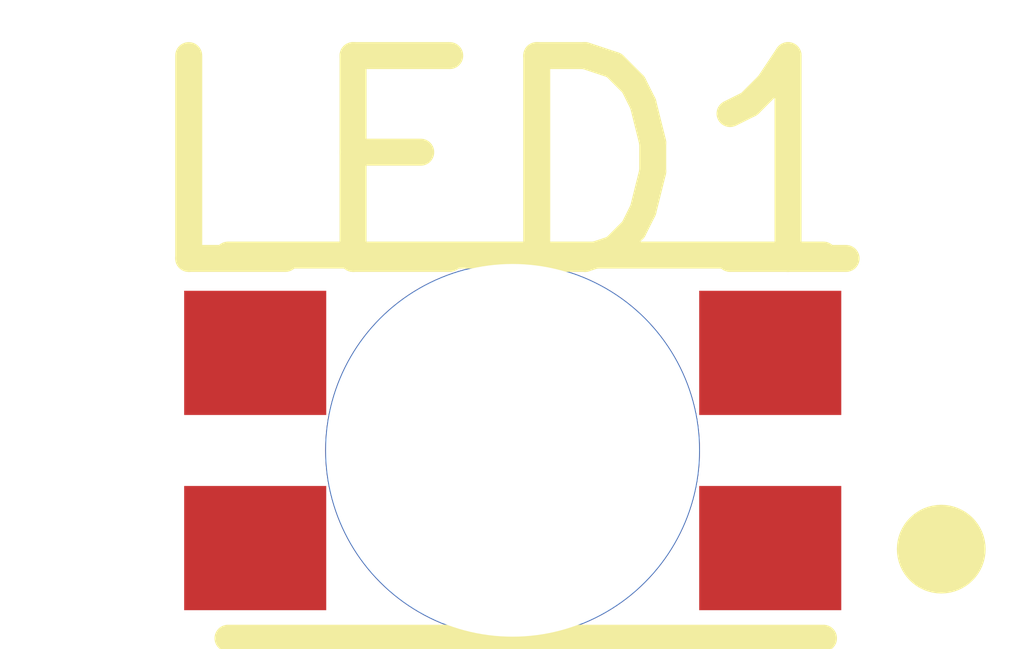
<source format=kicad_pcb>
(kicad_pcb (version 20171130) (host pcbnew "(5.1.10)-1")

  (general
    (thickness 1.6)
    (drawings 0)
    (tracks 1)
    (zones 0)
    (modules 1)
    (nets 1)
  )

  (page A4)
  (layers
    (0 F.Cu signal)
    (31 B.Cu signal)
    (32 B.Adhes user)
    (33 F.Adhes user)
    (34 B.Paste user)
    (35 F.Paste user)
    (36 B.SilkS user)
    (37 F.SilkS user)
    (38 B.Mask user)
    (39 F.Mask user)
    (40 Dwgs.User user)
    (41 Cmts.User user)
    (42 Eco1.User user)
    (43 Eco2.User user)
    (44 Edge.Cuts user)
    (45 Margin user)
    (46 B.CrtYd user)
    (47 F.CrtYd user)
    (48 B.Fab user hide)
    (49 F.Fab user hide)
  )

  (setup
    (last_trace_width 0.25)
    (trace_clearance 0.2)
    (zone_clearance 0.508)
    (zone_45_only no)
    (trace_min 0.2)
    (via_size 0.8)
    (via_drill 0.4)
    (via_min_size 0.4)
    (via_min_drill 0.3)
    (uvia_size 0.3)
    (uvia_drill 0.1)
    (uvias_allowed no)
    (uvia_min_size 0.2)
    (uvia_min_drill 0.1)
    (edge_width 0.05)
    (segment_width 0.2)
    (pcb_text_width 0.3)
    (pcb_text_size 1.5 1.5)
    (mod_edge_width 0.12)
    (mod_text_size 1 1)
    (mod_text_width 0.15)
    (pad_size 1.524 1.524)
    (pad_drill 0.762)
    (pad_to_mask_clearance 0)
    (aux_axis_origin 0 0)
    (visible_elements FFFFFF7F)
    (pcbplotparams
      (layerselection 0x010fc_ffffffff)
      (usegerberextensions false)
      (usegerberattributes true)
      (usegerberadvancedattributes true)
      (creategerberjobfile true)
      (excludeedgelayer true)
      (linewidth 0.100000)
      (plotframeref false)
      (viasonmask false)
      (mode 1)
      (useauxorigin false)
      (hpglpennumber 1)
      (hpglpenspeed 20)
      (hpglpendiameter 15.000000)
      (psnegative false)
      (psa4output false)
      (plotreference true)
      (plotvalue true)
      (plotinvisibletext false)
      (padsonsilk false)
      (subtractmaskfromsilk false)
      (outputformat 1)
      (mirror false)
      (drillshape 1)
      (scaleselection 1)
      (outputdirectory ""))
  )

  (net 0 "")

  (net_class Default "This is the default net class."
    (clearance 0.2)
    (trace_width 0.25)
    (via_dia 0.8)
    (via_drill 0.4)
    (uvia_dia 0.3)
    (uvia_drill 0.1)
  )

  (module easyeda:LED-ARRAY-SMD_1206-4P-L3.2-W1.3-BR-EH (layer F.Cu) (tedit 0) (tstamp 0)
    (at 12.7 12.7)
    (attr smd)
    (fp_text reference LED1 (at -0.0008 -1.603) (layer F.SilkS)
      (effects (font (size 1.143 1.143) (thickness 0.152)))
    )
    (fp_text value LED-ARRAY-SMD_1206-4P-L3.2-W1.3-BR-EH (at 0.254 -3.381) (layer F.Fab) hide
      (effects (font (size 1.143 1.143) (thickness 0.152)) (justify left))
    )
    (fp_poly (pts (xy 0.572 -0.381) (xy 0.572 0.127) (xy 0.825 0.127) (xy 0.825 0.508)
      (xy 0.572 0.508) (xy 0.572 0.635) (xy -0.572 0.635) (xy -0.572 -0.635)
      (xy 0.572 -0.635)) (layer Cmts.User) (width 0))
    (fp_poly (pts (xy 0.953 0.952) (xy 0.953 0.317) (xy 1.079 0.317) (xy 1.079 0.952)) (layer Cmts.User) (width 0))
    (fp_poly (pts (xy 0.699 0.571) (xy 1.334 0.571) (xy 1.334 0.698) (xy 0.699 0.698)) (layer Cmts.User) (width 0))
    (fp_poly (pts (xy 1.52 0.485) (xy 1.5 0.485) (xy 1.5 0.165) (xy 1.52 0.165)) (layer Cmts.User) (width 0))
    (fp_poly (pts (xy 1.5 0.485) (xy 1.48 0.485) (xy 1.48 0.165) (xy 1.5 0.165)) (layer Cmts.User) (width 0))
    (fp_poly (pts (xy 1.48 0.485) (xy 1.46 0.485) (xy 1.46 0.165) (xy 1.48 0.165)) (layer Cmts.User) (width 0))
    (fp_poly (pts (xy 1.46 0.485) (xy 1.44 0.485) (xy 1.44 0.185) (xy 1.46 0.185)) (layer Cmts.User) (width 0))
    (fp_poly (pts (xy 1.44 0.245) (xy 1.42 0.245) (xy 1.42 0.185) (xy 1.44 0.185)) (layer Cmts.User) (width 0))
    (fp_poly (pts (xy 1.42 0.265) (xy 1.4 0.265) (xy 1.4 0.205) (xy 1.42 0.205)) (layer Cmts.User) (width 0))
    (fp_poly (pts (xy 1.4 0.265) (xy 1.38 0.265) (xy 1.38 0.225) (xy 1.4 0.225)) (layer Cmts.User) (width 0))
    (fp_poly (pts (xy 1.38 0.265) (xy 1.36 0.265) (xy 1.36 0.225) (xy 1.38 0.225)) (layer Cmts.User) (width 0))
    (fp_poly (pts (xy 1.48 -0.265) (xy 1.46 -0.265) (xy 1.46 -0.305) (xy 1.48 -0.305)) (layer Cmts.User) (width 0))
    (fp_poly (pts (xy 1.46 -0.445) (xy 1.44 -0.445) (xy 1.44 -0.565) (xy 1.46 -0.565)) (layer Cmts.User) (width 0))
    (fp_poly (pts (xy 1.46 -0.265) (xy 1.44 -0.265) (xy 1.44 -0.305) (xy 1.46 -0.305)) (layer Cmts.User) (width 0))
    (fp_poly (pts (xy 1.44 -0.405) (xy 1.42 -0.405) (xy 1.42 -0.565) (xy 1.44 -0.565)) (layer Cmts.User) (width 0))
    (fp_poly (pts (xy 1.44 -0.265) (xy 1.42 -0.265) (xy 1.42 -0.305) (xy 1.44 -0.305)) (layer Cmts.User) (width 0))
    (fp_poly (pts (xy 1.42 -0.405) (xy 1.4 -0.405) (xy 1.4 -0.585) (xy 1.42 -0.585)) (layer Cmts.User) (width 0))
    (fp_poly (pts (xy 1.42 -0.265) (xy 1.4 -0.265) (xy 1.4 -0.305) (xy 1.42 -0.305)) (layer Cmts.User) (width 0))
    (fp_poly (pts (xy 1.4 -0.525) (xy 1.38 -0.525) (xy 1.38 -0.585) (xy 1.4 -0.585)) (layer Cmts.User) (width 0))
    (fp_poly (pts (xy 1.4 -0.385) (xy 1.38 -0.385) (xy 1.38 -0.465) (xy 1.4 -0.465)) (layer Cmts.User) (width 0))
    (fp_poly (pts (xy 1.4 -0.265) (xy 1.38 -0.265) (xy 1.38 -0.305) (xy 1.4 -0.305)) (layer Cmts.User) (width 0))
    (fp_poly (pts (xy 1.38 -0.545) (xy 1.36 -0.545) (xy 1.36 -0.585) (xy 1.38 -0.585)) (layer Cmts.User) (width 0))
    (fp_poly (pts (xy 1.38 -0.365) (xy 1.36 -0.365) (xy 1.36 -0.425) (xy 1.38 -0.425)) (layer Cmts.User) (width 0))
    (fp_poly (pts (xy 1.38 -0.265) (xy 1.36 -0.265) (xy 1.36 -0.305) (xy 1.38 -0.305)) (layer Cmts.User) (width 0))
    (fp_poly (pts (xy 1.36 -0.545) (xy 1.34 -0.545) (xy 1.34 -0.585) (xy 1.36 -0.585)) (layer Cmts.User) (width 0))
    (fp_poly (pts (xy 1.36 -0.365) (xy 1.34 -0.365) (xy 1.34 -0.425) (xy 1.36 -0.425)) (layer Cmts.User) (width 0))
    (fp_poly (pts (xy 1.36 -0.265) (xy 1.34 -0.265) (xy 1.34 -0.305) (xy 1.36 -0.305)) (layer Cmts.User) (width 0))
    (fp_poly (pts (xy 1.34 -0.525) (xy 1.32 -0.525) (xy 1.32 -0.585) (xy 1.34 -0.585)) (layer Cmts.User) (width 0))
    (fp_poly (pts (xy 1.34 -0.345) (xy 1.32 -0.345) (xy 1.32 -0.405) (xy 1.34 -0.405)) (layer Cmts.User) (width 0))
    (fp_poly (pts (xy 1.34 -0.265) (xy 1.32 -0.265) (xy 1.32 -0.305) (xy 1.34 -0.305)) (layer Cmts.User) (width 0))
    (fp_poly (pts (xy 1.32 -0.525) (xy 1.3 -0.525) (xy 1.3 -0.585) (xy 1.32 -0.585)) (layer Cmts.User) (width 0))
    (fp_poly (pts (xy 1.32 -0.265) (xy 1.3 -0.265) (xy 1.3 -0.385) (xy 1.32 -0.385)) (layer Cmts.User) (width 0))
    (fp_poly (pts (xy 1.3 -0.505) (xy 1.28 -0.505) (xy 1.28 -0.565) (xy 1.3 -0.565)) (layer Cmts.User) (width 0))
    (fp_poly (pts (xy 1.3 -0.265) (xy 1.28 -0.265) (xy 1.28 -0.365) (xy 1.3 -0.365)) (layer Cmts.User) (width 0))
    (fp_poly (pts (xy 1.28 -0.505) (xy 1.26 -0.505) (xy 1.26 -0.545) (xy 1.28 -0.545)) (layer Cmts.User) (width 0))
    (fp_poly (pts (xy 1.28 -0.265) (xy 1.26 -0.265) (xy 1.26 -0.345) (xy 1.28 -0.345)) (layer Cmts.User) (width 0))
    (fp_poly (pts (xy 1.26 -0.265) (xy 1.24 -0.265) (xy 1.24 -0.285) (xy 1.26 -0.285)) (layer Cmts.User) (width 0))
    (fp_poly (pts (xy -1.5 -0.325) (xy -1.48 -0.325) (xy -1.48 -0.285) (xy -1.5 -0.285)) (layer Cmts.User) (width 0))
    (fp_poly (pts (xy -1.5 -0.565) (xy -1.48 -0.565) (xy -1.48 -0.525) (xy -1.5 -0.525)) (layer Cmts.User) (width 0))
    (fp_poly (pts (xy -1.48 -0.325) (xy -1.46 -0.325) (xy -1.46 -0.265) (xy -1.48 -0.265)) (layer Cmts.User) (width 0))
    (fp_poly (pts (xy -1.48 -0.445) (xy -1.46 -0.445) (xy -1.46 -0.405) (xy -1.48 -0.405)) (layer Cmts.User) (width 0))
    (fp_poly (pts (xy -1.48 -0.565) (xy -1.46 -0.565) (xy -1.46 -0.525) (xy -1.48 -0.525)) (layer Cmts.User) (width 0))
    (fp_poly (pts (xy -1.46 -0.325) (xy -1.44 -0.325) (xy -1.44 -0.265) (xy -1.46 -0.265)) (layer Cmts.User) (width 0))
    (fp_poly (pts (xy -1.46 -0.445) (xy -1.44 -0.445) (xy -1.44 -0.405) (xy -1.46 -0.405)) (layer Cmts.User) (width 0))
    (fp_poly (pts (xy -1.46 -0.585) (xy -1.44 -0.585) (xy -1.44 -0.525) (xy -1.46 -0.525)) (layer Cmts.User) (width 0))
    (fp_poly (pts (xy -1.44 -0.305) (xy -1.42 -0.305) (xy -1.42 -0.265) (xy -1.44 -0.265)) (layer Cmts.User) (width 0))
    (fp_poly (pts (xy -1.44 -0.445) (xy -1.42 -0.445) (xy -1.42 -0.405) (xy -1.44 -0.405)) (layer Cmts.User) (width 0))
    (fp_poly (pts (xy -1.44 -0.585) (xy -1.42 -0.585) (xy -1.42 -0.545) (xy -1.44 -0.545)) (layer Cmts.User) (width 0))
    (fp_poly (pts (xy -1.42 -0.305) (xy -1.4 -0.305) (xy -1.4 -0.265) (xy -1.42 -0.265)) (layer Cmts.User) (width 0))
    (fp_poly (pts (xy -1.42 -0.445) (xy -1.4 -0.445) (xy -1.4 -0.405) (xy -1.42 -0.405)) (layer Cmts.User) (width 0))
    (fp_poly (pts (xy -1.42 -0.585) (xy -1.4 -0.585) (xy -1.4 -0.545) (xy -1.42 -0.545)) (layer Cmts.User) (width 0))
    (fp_poly (pts (xy -1.4 -0.305) (xy -1.38 -0.305) (xy -1.38 -0.265) (xy -1.4 -0.265)) (layer Cmts.User) (width 0))
    (fp_poly (pts (xy -1.4 -0.465) (xy -1.38 -0.465) (xy -1.38 -0.405) (xy -1.4 -0.405)) (layer Cmts.User) (width 0))
    (fp_poly (pts (xy -1.4 -0.585) (xy -1.38 -0.585) (xy -1.38 -0.545) (xy -1.4 -0.545)) (layer Cmts.User) (width 0))
    (fp_poly (pts (xy -1.38 -0.325) (xy -1.36 -0.325) (xy -1.36 -0.265) (xy -1.38 -0.265)) (layer Cmts.User) (width 0))
    (fp_poly (pts (xy -1.38 -0.585) (xy -1.36 -0.585) (xy -1.36 -0.385) (xy -1.38 -0.385)) (layer Cmts.User) (width 0))
    (fp_poly (pts (xy -1.36 -0.585) (xy -1.34 -0.585) (xy -1.34 -0.265) (xy -1.36 -0.265)) (layer Cmts.User) (width 0))
    (fp_poly (pts (xy -1.34 -0.425) (xy -1.32 -0.425) (xy -1.32 -0.285) (xy -1.34 -0.285)) (layer Cmts.User) (width 0))
    (fp_poly (pts (xy -1.34 -0.565) (xy -1.32 -0.565) (xy -1.32 -0.445) (xy -1.34 -0.445)) (layer Cmts.User) (width 0))
    (fp_poly (pts (xy -1.32 -0.405) (xy -1.3 -0.405) (xy -1.3 -0.305) (xy -1.32 -0.305)) (layer Cmts.User) (width 0))
    (fp_poly (pts (xy -1.32 -0.545) (xy -1.3 -0.545) (xy -1.3 -0.465) (xy -1.32 -0.465)) (layer Cmts.User) (width 0))
    (fp_poly (pts (xy -1.48 0.385) (xy -1.46 0.385) (xy -1.46 0.425) (xy -1.48 0.425)) (layer Cmts.User) (width 0))
    (fp_poly (pts (xy -1.46 0.365) (xy -1.44 0.365) (xy -1.44 0.425) (xy -1.46 0.425)) (layer Cmts.User) (width 0))
    (fp_poly (pts (xy -1.44 0.325) (xy -1.42 0.325) (xy -1.42 0.425) (xy -1.44 0.425)) (layer Cmts.User) (width 0))
    (fp_poly (pts (xy -1.42 0.305) (xy -1.4 0.305) (xy -1.4 0.425) (xy -1.42 0.425)) (layer Cmts.User) (width 0))
    (fp_poly (pts (xy -1.4 0.285) (xy -1.38 0.285) (xy -1.38 0.425) (xy -1.4 0.425)) (layer Cmts.User) (width 0))
    (fp_poly (pts (xy -1.38 0.385) (xy -1.36 0.385) (xy -1.36 0.425) (xy -1.38 0.425)) (layer Cmts.User) (width 0))
    (fp_poly (pts (xy -1.38 0.245) (xy -1.36 0.245) (xy -1.36 0.345) (xy -1.38 0.345)) (layer Cmts.User) (width 0))
    (fp_poly (pts (xy -1.36 0.385) (xy -1.34 0.385) (xy -1.34 0.425) (xy -1.36 0.425)) (layer Cmts.User) (width 0))
    (fp_poly (pts (xy -1.36 0.205) (xy -1.34 0.205) (xy -1.34 0.325) (xy -1.36 0.325)) (layer Cmts.User) (width 0))
    (fp_poly (pts (xy -1.34 0.385) (xy -1.32 0.385) (xy -1.32 0.425) (xy -1.34 0.425)) (layer Cmts.User) (width 0))
    (fp_poly (pts (xy -1.34 0.165) (xy -1.32 0.165) (xy -1.32 0.285) (xy -1.34 0.285)) (layer Cmts.User) (width 0))
    (fp_poly (pts (xy -1.32 0.165) (xy -1.3 0.165) (xy -1.3 0.485) (xy -1.32 0.485)) (layer Cmts.User) (width 0))
    (fp_poly (pts (xy -1.3 0.165) (xy -1.28 0.165) (xy -1.28 0.485) (xy -1.3 0.485)) (layer Cmts.User) (width 0))
    (fp_poly (pts (xy -1.28 0.165) (xy -1.26 0.165) (xy -1.26 0.485) (xy -1.28 0.485)) (layer Cmts.User) (width 0))
    (fp_poly (pts (xy -1.26 0.385) (xy -1.24 0.385) (xy -1.24 0.425) (xy -1.26 0.425)) (layer Cmts.User) (width 0))
    (fp_poly (pts (xy -1.24 0.385) (xy -1.22 0.385) (xy -1.22 0.425) (xy -1.24 0.425)) (layer Cmts.User) (width 0))
    (fp_poly (pts (xy -1.22 0.385) (xy -1.2 0.385) (xy -1.2 0.425) (xy -1.22 0.425)) (layer Cmts.User) (width 0))
    (fp_circle (center 1.905 0.556) (end 2.03 0.556) (layer Cmts.User) (width 0.25))
    (fp_circle (center 2.413 0.556) (end 2.538 0.556) (layer F.SilkS) (width 0.25))
    (fp_line (start 1.75 -1.101) (end -1.603 -1.101) (layer F.SilkS) (width 0.152))
    (fp_line (start 1.75 1.058) (end -1.603 1.058) (layer F.SilkS) (width 0.152))
    (fp_text user gge123 (at 0 0) (layer Cmts.User)
      (effects (font (size 1 1) (thickness 0.15)))
    )
    (pad 1 smd rect (at 1.45 0.55) (size 0.8 0.7) (layers F.Cu F.Paste F.Mask))
    (pad 2 smd rect (at 1.45 -0.55) (size 0.8 0.7) (layers F.Cu F.Paste F.Mask))
    (pad 3 smd rect (at -1.45 -0.55) (size 0.8 0.7) (layers F.Cu F.Paste F.Mask))
    (pad 4 smd rect (at -1.45 0.55) (size 0.8 0.7) (layers F.Cu F.Paste F.Mask))
  )

  (via (at 12.6992 12.6992) (size 2.11) (drill 2.1) (layers F.Cu B.Cu) (net 0))

)

</source>
